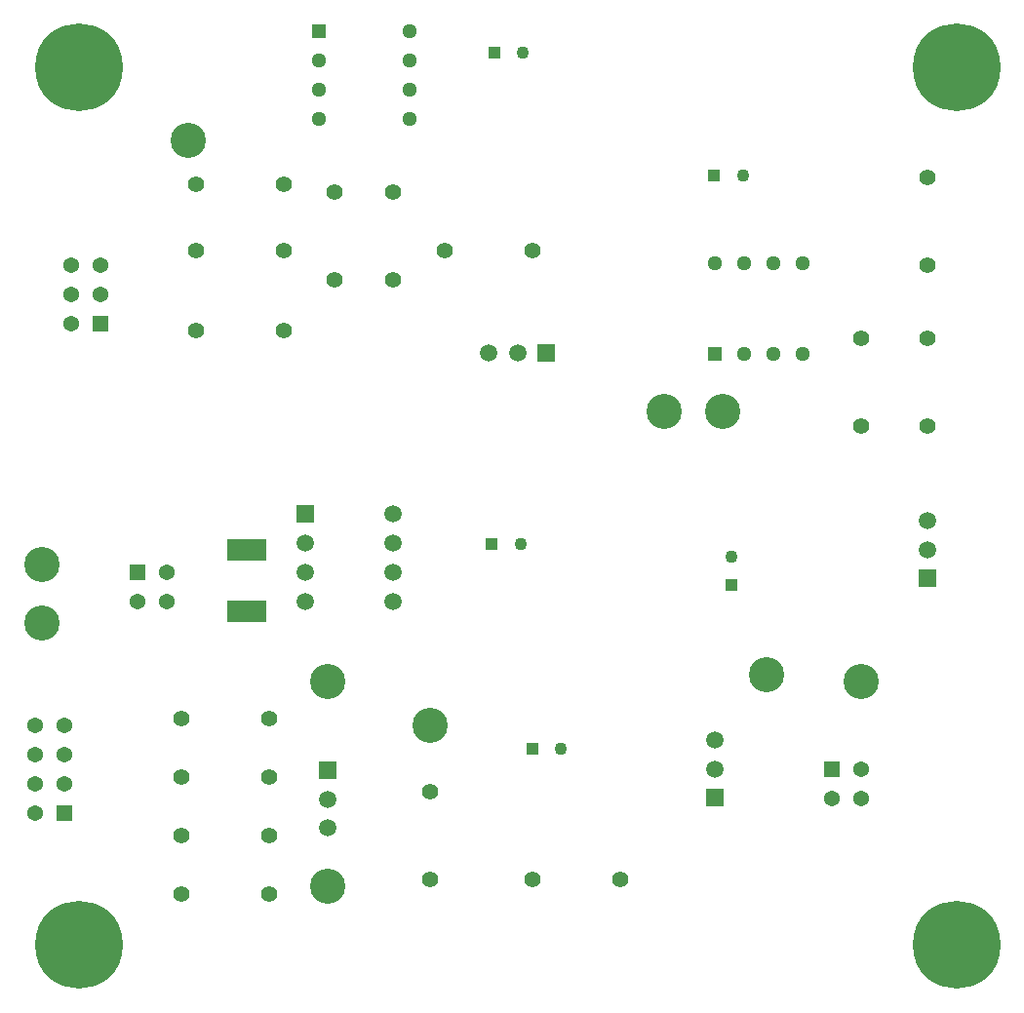
<source format=gbr>
G04 Layer_Color=255*
%FSLAX23Y23*%
%MOIN*%
%TF.FileFunction,Pads,Top*%
%TF.Part,Single*%
G01*
G75*
%TA.AperFunction,SMDPad,CuDef*%
%ADD10R,0.135X0.076*%
%TA.AperFunction,ViaPad*%
%ADD13C,0.300*%
%ADD14C,0.120*%
%TA.AperFunction,ComponentPad*%
%ADD15R,0.043X0.043*%
%ADD16C,0.043*%
%ADD17R,0.043X0.043*%
%ADD18C,0.055*%
%ADD19C,0.059*%
%ADD20R,0.059X0.059*%
%ADD21C,0.054*%
%ADD22R,0.054X0.054*%
%ADD23R,0.059X0.059*%
%ADD24C,0.051*%
%ADD25R,0.051X0.051*%
%ADD26C,0.059*%
%ADD27R,0.059X0.059*%
%ADD28R,0.051X0.051*%
D10*
X1825Y2392D02*
D03*
Y2600D02*
D03*
D13*
X1250Y1250D02*
D03*
X4250D02*
D03*
Y4250D02*
D03*
X1250D02*
D03*
D14*
X2100Y1450D02*
D03*
X2450Y2000D02*
D03*
X2100Y2150D02*
D03*
X1125Y2550D02*
D03*
Y2350D02*
D03*
X1625Y4000D02*
D03*
X3250Y3075D02*
D03*
X3450D02*
D03*
X3600Y2175D02*
D03*
X3925Y2150D02*
D03*
D15*
X2662Y2620D02*
D03*
X2800Y1920D02*
D03*
X3422Y3880D02*
D03*
X2671Y4300D02*
D03*
D16*
X2760Y2620D02*
D03*
X2898Y1920D02*
D03*
X3480Y2578D02*
D03*
X3520Y3880D02*
D03*
X2769Y4300D02*
D03*
D17*
X3480Y2480D02*
D03*
D18*
X1600Y1425D02*
D03*
Y1625D02*
D03*
Y1825D02*
D03*
Y2025D02*
D03*
X1900Y1825D02*
D03*
Y1625D02*
D03*
Y1425D02*
D03*
X2450Y1475D02*
D03*
Y1775D02*
D03*
X2800Y1475D02*
D03*
X3100D02*
D03*
X1900Y2025D02*
D03*
X1950Y3350D02*
D03*
X2125Y3525D02*
D03*
X2325D02*
D03*
X2500Y3625D02*
D03*
X2325Y3825D02*
D03*
X2125D02*
D03*
X1950Y3850D02*
D03*
Y3625D02*
D03*
X1650Y3850D02*
D03*
Y3625D02*
D03*
Y3350D02*
D03*
X2800Y3625D02*
D03*
X3925Y3025D02*
D03*
X4150D02*
D03*
Y3325D02*
D03*
Y3575D02*
D03*
X3925Y3325D02*
D03*
X4150Y3875D02*
D03*
D19*
X2100Y1650D02*
D03*
Y1748D02*
D03*
X3425Y1852D02*
D03*
Y1950D02*
D03*
X4150Y2602D02*
D03*
Y2700D02*
D03*
X2750Y3275D02*
D03*
X2652D02*
D03*
D20*
X2100Y1847D02*
D03*
X3425Y1753D02*
D03*
X4150Y2503D02*
D03*
D21*
X1100Y1700D02*
D03*
X1200Y1800D02*
D03*
Y1900D02*
D03*
Y2000D02*
D03*
X1100D02*
D03*
Y1900D02*
D03*
Y1800D02*
D03*
X1550Y2425D02*
D03*
Y2525D02*
D03*
X1450Y2425D02*
D03*
X1225Y3375D02*
D03*
X1325Y3475D02*
D03*
Y3575D02*
D03*
X1225D02*
D03*
Y3475D02*
D03*
X3825Y1750D02*
D03*
X3925D02*
D03*
Y1850D02*
D03*
D22*
X1200Y1700D02*
D03*
X1450Y2525D02*
D03*
X1325Y3375D02*
D03*
X3825Y1850D02*
D03*
D23*
X2848Y3275D02*
D03*
D24*
X3525Y3270D02*
D03*
X3625D02*
D03*
X3725D02*
D03*
Y3580D02*
D03*
X3625D02*
D03*
X3525D02*
D03*
X3425D02*
D03*
X2380Y4375D02*
D03*
Y4275D02*
D03*
Y4175D02*
D03*
Y4075D02*
D03*
X2070Y4275D02*
D03*
Y4175D02*
D03*
Y4075D02*
D03*
D25*
X2070Y4375D02*
D03*
D26*
X2325Y2425D02*
D03*
Y2525D02*
D03*
Y2625D02*
D03*
Y2725D02*
D03*
X2025Y2625D02*
D03*
Y2525D02*
D03*
Y2425D02*
D03*
D27*
X2025Y2725D02*
D03*
D28*
X3425Y3270D02*
D03*
%TF.MD5,63020ff22ae4135ae189e3ebc98513fa*%
M02*

</source>
